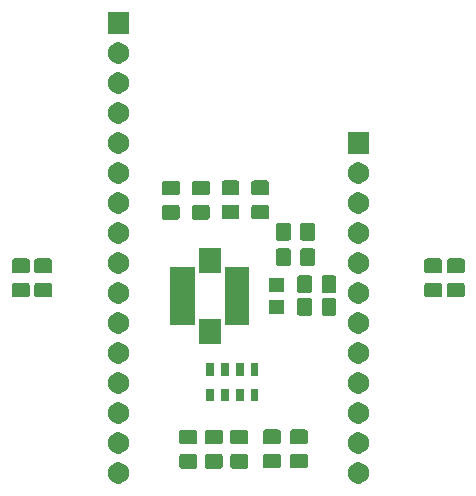
<source format=gbr>
G04 #@! TF.GenerationSoftware,KiCad,Pcbnew,(5.1.5)-3*
G04 #@! TF.CreationDate,2019-12-26T08:27:47-08:00*
G04 #@! TF.ProjectId,featherwing_copter,66656174-6865-4727-9769-6e675f636f70,rev?*
G04 #@! TF.SameCoordinates,Original*
G04 #@! TF.FileFunction,Soldermask,Top*
G04 #@! TF.FilePolarity,Negative*
%FSLAX46Y46*%
G04 Gerber Fmt 4.6, Leading zero omitted, Abs format (unit mm)*
G04 Created by KiCad (PCBNEW (5.1.5)-3) date 2019-12-26 08:27:47*
%MOMM*%
%LPD*%
G04 APERTURE LIST*
%ADD10C,0.100000*%
G04 APERTURE END LIST*
D10*
G36*
X162673512Y-94353927D02*
G01*
X162822812Y-94383624D01*
X162986784Y-94451544D01*
X163134354Y-94550147D01*
X163259853Y-94675646D01*
X163358456Y-94823216D01*
X163426376Y-94987188D01*
X163461000Y-95161259D01*
X163461000Y-95338741D01*
X163426376Y-95512812D01*
X163358456Y-95676784D01*
X163259853Y-95824354D01*
X163134354Y-95949853D01*
X162986784Y-96048456D01*
X162822812Y-96116376D01*
X162673512Y-96146073D01*
X162648742Y-96151000D01*
X162471258Y-96151000D01*
X162446488Y-96146073D01*
X162297188Y-96116376D01*
X162133216Y-96048456D01*
X161985646Y-95949853D01*
X161860147Y-95824354D01*
X161761544Y-95676784D01*
X161693624Y-95512812D01*
X161659000Y-95338741D01*
X161659000Y-95161259D01*
X161693624Y-94987188D01*
X161761544Y-94823216D01*
X161860147Y-94675646D01*
X161985646Y-94550147D01*
X162133216Y-94451544D01*
X162297188Y-94383624D01*
X162446488Y-94353927D01*
X162471258Y-94349000D01*
X162648742Y-94349000D01*
X162673512Y-94353927D01*
G37*
G36*
X142353512Y-94353927D02*
G01*
X142502812Y-94383624D01*
X142666784Y-94451544D01*
X142814354Y-94550147D01*
X142939853Y-94675646D01*
X143038456Y-94823216D01*
X143106376Y-94987188D01*
X143141000Y-95161259D01*
X143141000Y-95338741D01*
X143106376Y-95512812D01*
X143038456Y-95676784D01*
X142939853Y-95824354D01*
X142814354Y-95949853D01*
X142666784Y-96048456D01*
X142502812Y-96116376D01*
X142353512Y-96146073D01*
X142328742Y-96151000D01*
X142151258Y-96151000D01*
X142126488Y-96146073D01*
X141977188Y-96116376D01*
X141813216Y-96048456D01*
X141665646Y-95949853D01*
X141540147Y-95824354D01*
X141441544Y-95676784D01*
X141373624Y-95512812D01*
X141339000Y-95338741D01*
X141339000Y-95161259D01*
X141373624Y-94987188D01*
X141441544Y-94823216D01*
X141540147Y-94675646D01*
X141665646Y-94550147D01*
X141813216Y-94451544D01*
X141977188Y-94383624D01*
X142126488Y-94353927D01*
X142151258Y-94349000D01*
X142328742Y-94349000D01*
X142353512Y-94353927D01*
G37*
G36*
X148746874Y-93630465D02*
G01*
X148784567Y-93641899D01*
X148819303Y-93660466D01*
X148849748Y-93685452D01*
X148874734Y-93715897D01*
X148893301Y-93750633D01*
X148904735Y-93788326D01*
X148909200Y-93833661D01*
X148909200Y-94670339D01*
X148904735Y-94715674D01*
X148893301Y-94753367D01*
X148874734Y-94788103D01*
X148849748Y-94818548D01*
X148819303Y-94843534D01*
X148784567Y-94862101D01*
X148746874Y-94873535D01*
X148701539Y-94878000D01*
X147614861Y-94878000D01*
X147569526Y-94873535D01*
X147531833Y-94862101D01*
X147497097Y-94843534D01*
X147466652Y-94818548D01*
X147441666Y-94788103D01*
X147423099Y-94753367D01*
X147411665Y-94715674D01*
X147407200Y-94670339D01*
X147407200Y-93833661D01*
X147411665Y-93788326D01*
X147423099Y-93750633D01*
X147441666Y-93715897D01*
X147466652Y-93685452D01*
X147497097Y-93660466D01*
X147531833Y-93641899D01*
X147569526Y-93630465D01*
X147614861Y-93626000D01*
X148701539Y-93626000D01*
X148746874Y-93630465D01*
G37*
G36*
X150905874Y-93630465D02*
G01*
X150943567Y-93641899D01*
X150978303Y-93660466D01*
X151008748Y-93685452D01*
X151033734Y-93715897D01*
X151052301Y-93750633D01*
X151063735Y-93788326D01*
X151068200Y-93833661D01*
X151068200Y-94670339D01*
X151063735Y-94715674D01*
X151052301Y-94753367D01*
X151033734Y-94788103D01*
X151008748Y-94818548D01*
X150978303Y-94843534D01*
X150943567Y-94862101D01*
X150905874Y-94873535D01*
X150860539Y-94878000D01*
X149773861Y-94878000D01*
X149728526Y-94873535D01*
X149690833Y-94862101D01*
X149656097Y-94843534D01*
X149625652Y-94818548D01*
X149600666Y-94788103D01*
X149582099Y-94753367D01*
X149570665Y-94715674D01*
X149566200Y-94670339D01*
X149566200Y-93833661D01*
X149570665Y-93788326D01*
X149582099Y-93750633D01*
X149600666Y-93715897D01*
X149625652Y-93685452D01*
X149656097Y-93660466D01*
X149690833Y-93641899D01*
X149728526Y-93630465D01*
X149773861Y-93626000D01*
X150860539Y-93626000D01*
X150905874Y-93630465D01*
G37*
G36*
X153064874Y-93630465D02*
G01*
X153102567Y-93641899D01*
X153137303Y-93660466D01*
X153167748Y-93685452D01*
X153192734Y-93715897D01*
X153211301Y-93750633D01*
X153222735Y-93788326D01*
X153227200Y-93833661D01*
X153227200Y-94670339D01*
X153222735Y-94715674D01*
X153211301Y-94753367D01*
X153192734Y-94788103D01*
X153167748Y-94818548D01*
X153137303Y-94843534D01*
X153102567Y-94862101D01*
X153064874Y-94873535D01*
X153019539Y-94878000D01*
X151932861Y-94878000D01*
X151887526Y-94873535D01*
X151849833Y-94862101D01*
X151815097Y-94843534D01*
X151784652Y-94818548D01*
X151759666Y-94788103D01*
X151741099Y-94753367D01*
X151729665Y-94715674D01*
X151725200Y-94670339D01*
X151725200Y-93833661D01*
X151729665Y-93788326D01*
X151741099Y-93750633D01*
X151759666Y-93715897D01*
X151784652Y-93685452D01*
X151815097Y-93660466D01*
X151849833Y-93641899D01*
X151887526Y-93630465D01*
X151932861Y-93626000D01*
X153019539Y-93626000D01*
X153064874Y-93630465D01*
G37*
G36*
X158119474Y-93621465D02*
G01*
X158157167Y-93632899D01*
X158191903Y-93651466D01*
X158222348Y-93676452D01*
X158247334Y-93706897D01*
X158265901Y-93741633D01*
X158277335Y-93779326D01*
X158281800Y-93824661D01*
X158281800Y-94661339D01*
X158277335Y-94706674D01*
X158265901Y-94744367D01*
X158247334Y-94779103D01*
X158222348Y-94809548D01*
X158191903Y-94834534D01*
X158157167Y-94853101D01*
X158119474Y-94864535D01*
X158074139Y-94869000D01*
X156987461Y-94869000D01*
X156942126Y-94864535D01*
X156904433Y-94853101D01*
X156869697Y-94834534D01*
X156839252Y-94809548D01*
X156814266Y-94779103D01*
X156795699Y-94744367D01*
X156784265Y-94706674D01*
X156779800Y-94661339D01*
X156779800Y-93824661D01*
X156784265Y-93779326D01*
X156795699Y-93741633D01*
X156814266Y-93706897D01*
X156839252Y-93676452D01*
X156869697Y-93651466D01*
X156904433Y-93632899D01*
X156942126Y-93621465D01*
X156987461Y-93617000D01*
X158074139Y-93617000D01*
X158119474Y-93621465D01*
G37*
G36*
X155833474Y-93621465D02*
G01*
X155871167Y-93632899D01*
X155905903Y-93651466D01*
X155936348Y-93676452D01*
X155961334Y-93706897D01*
X155979901Y-93741633D01*
X155991335Y-93779326D01*
X155995800Y-93824661D01*
X155995800Y-94661339D01*
X155991335Y-94706674D01*
X155979901Y-94744367D01*
X155961334Y-94779103D01*
X155936348Y-94809548D01*
X155905903Y-94834534D01*
X155871167Y-94853101D01*
X155833474Y-94864535D01*
X155788139Y-94869000D01*
X154701461Y-94869000D01*
X154656126Y-94864535D01*
X154618433Y-94853101D01*
X154583697Y-94834534D01*
X154553252Y-94809548D01*
X154528266Y-94779103D01*
X154509699Y-94744367D01*
X154498265Y-94706674D01*
X154493800Y-94661339D01*
X154493800Y-93824661D01*
X154498265Y-93779326D01*
X154509699Y-93741633D01*
X154528266Y-93706897D01*
X154553252Y-93676452D01*
X154583697Y-93651466D01*
X154618433Y-93632899D01*
X154656126Y-93621465D01*
X154701461Y-93617000D01*
X155788139Y-93617000D01*
X155833474Y-93621465D01*
G37*
G36*
X142353512Y-91813927D02*
G01*
X142502812Y-91843624D01*
X142666784Y-91911544D01*
X142814354Y-92010147D01*
X142939853Y-92135646D01*
X143038456Y-92283216D01*
X143106376Y-92447188D01*
X143126195Y-92546827D01*
X143141000Y-92621258D01*
X143141000Y-92798742D01*
X143136970Y-92819000D01*
X143106376Y-92972812D01*
X143038456Y-93136784D01*
X142939853Y-93284354D01*
X142814354Y-93409853D01*
X142666784Y-93508456D01*
X142502812Y-93576376D01*
X142353512Y-93606073D01*
X142328742Y-93611000D01*
X142151258Y-93611000D01*
X142126488Y-93606073D01*
X141977188Y-93576376D01*
X141813216Y-93508456D01*
X141665646Y-93409853D01*
X141540147Y-93284354D01*
X141441544Y-93136784D01*
X141373624Y-92972812D01*
X141343030Y-92819000D01*
X141339000Y-92798742D01*
X141339000Y-92621258D01*
X141353805Y-92546827D01*
X141373624Y-92447188D01*
X141441544Y-92283216D01*
X141540147Y-92135646D01*
X141665646Y-92010147D01*
X141813216Y-91911544D01*
X141977188Y-91843624D01*
X142126488Y-91813927D01*
X142151258Y-91809000D01*
X142328742Y-91809000D01*
X142353512Y-91813927D01*
G37*
G36*
X162673512Y-91813927D02*
G01*
X162822812Y-91843624D01*
X162986784Y-91911544D01*
X163134354Y-92010147D01*
X163259853Y-92135646D01*
X163358456Y-92283216D01*
X163426376Y-92447188D01*
X163446195Y-92546827D01*
X163461000Y-92621258D01*
X163461000Y-92798742D01*
X163456970Y-92819000D01*
X163426376Y-92972812D01*
X163358456Y-93136784D01*
X163259853Y-93284354D01*
X163134354Y-93409853D01*
X162986784Y-93508456D01*
X162822812Y-93576376D01*
X162673512Y-93606073D01*
X162648742Y-93611000D01*
X162471258Y-93611000D01*
X162446488Y-93606073D01*
X162297188Y-93576376D01*
X162133216Y-93508456D01*
X161985646Y-93409853D01*
X161860147Y-93284354D01*
X161761544Y-93136784D01*
X161693624Y-92972812D01*
X161663030Y-92819000D01*
X161659000Y-92798742D01*
X161659000Y-92621258D01*
X161673805Y-92546827D01*
X161693624Y-92447188D01*
X161761544Y-92283216D01*
X161860147Y-92135646D01*
X161985646Y-92010147D01*
X162133216Y-91911544D01*
X162297188Y-91843624D01*
X162446488Y-91813927D01*
X162471258Y-91809000D01*
X162648742Y-91809000D01*
X162673512Y-91813927D01*
G37*
G36*
X150905874Y-91580465D02*
G01*
X150943567Y-91591899D01*
X150978303Y-91610466D01*
X151008748Y-91635452D01*
X151033734Y-91665897D01*
X151052301Y-91700633D01*
X151063735Y-91738326D01*
X151068200Y-91783661D01*
X151068200Y-92620339D01*
X151063735Y-92665674D01*
X151052301Y-92703367D01*
X151033734Y-92738103D01*
X151008748Y-92768548D01*
X150978303Y-92793534D01*
X150943567Y-92812101D01*
X150905874Y-92823535D01*
X150860539Y-92828000D01*
X149773861Y-92828000D01*
X149728526Y-92823535D01*
X149690833Y-92812101D01*
X149656097Y-92793534D01*
X149625652Y-92768548D01*
X149600666Y-92738103D01*
X149582099Y-92703367D01*
X149570665Y-92665674D01*
X149566200Y-92620339D01*
X149566200Y-91783661D01*
X149570665Y-91738326D01*
X149582099Y-91700633D01*
X149600666Y-91665897D01*
X149625652Y-91635452D01*
X149656097Y-91610466D01*
X149690833Y-91591899D01*
X149728526Y-91580465D01*
X149773861Y-91576000D01*
X150860539Y-91576000D01*
X150905874Y-91580465D01*
G37*
G36*
X148746874Y-91580465D02*
G01*
X148784567Y-91591899D01*
X148819303Y-91610466D01*
X148849748Y-91635452D01*
X148874734Y-91665897D01*
X148893301Y-91700633D01*
X148904735Y-91738326D01*
X148909200Y-91783661D01*
X148909200Y-92620339D01*
X148904735Y-92665674D01*
X148893301Y-92703367D01*
X148874734Y-92738103D01*
X148849748Y-92768548D01*
X148819303Y-92793534D01*
X148784567Y-92812101D01*
X148746874Y-92823535D01*
X148701539Y-92828000D01*
X147614861Y-92828000D01*
X147569526Y-92823535D01*
X147531833Y-92812101D01*
X147497097Y-92793534D01*
X147466652Y-92768548D01*
X147441666Y-92738103D01*
X147423099Y-92703367D01*
X147411665Y-92665674D01*
X147407200Y-92620339D01*
X147407200Y-91783661D01*
X147411665Y-91738326D01*
X147423099Y-91700633D01*
X147441666Y-91665897D01*
X147466652Y-91635452D01*
X147497097Y-91610466D01*
X147531833Y-91591899D01*
X147569526Y-91580465D01*
X147614861Y-91576000D01*
X148701539Y-91576000D01*
X148746874Y-91580465D01*
G37*
G36*
X153064874Y-91580465D02*
G01*
X153102567Y-91591899D01*
X153137303Y-91610466D01*
X153167748Y-91635452D01*
X153192734Y-91665897D01*
X153211301Y-91700633D01*
X153222735Y-91738326D01*
X153227200Y-91783661D01*
X153227200Y-92620339D01*
X153222735Y-92665674D01*
X153211301Y-92703367D01*
X153192734Y-92738103D01*
X153167748Y-92768548D01*
X153137303Y-92793534D01*
X153102567Y-92812101D01*
X153064874Y-92823535D01*
X153019539Y-92828000D01*
X151932861Y-92828000D01*
X151887526Y-92823535D01*
X151849833Y-92812101D01*
X151815097Y-92793534D01*
X151784652Y-92768548D01*
X151759666Y-92738103D01*
X151741099Y-92703367D01*
X151729665Y-92665674D01*
X151725200Y-92620339D01*
X151725200Y-91783661D01*
X151729665Y-91738326D01*
X151741099Y-91700633D01*
X151759666Y-91665897D01*
X151784652Y-91635452D01*
X151815097Y-91610466D01*
X151849833Y-91591899D01*
X151887526Y-91580465D01*
X151932861Y-91576000D01*
X153019539Y-91576000D01*
X153064874Y-91580465D01*
G37*
G36*
X155833474Y-91571465D02*
G01*
X155871167Y-91582899D01*
X155905903Y-91601466D01*
X155936348Y-91626452D01*
X155961334Y-91656897D01*
X155979901Y-91691633D01*
X155991335Y-91729326D01*
X155995800Y-91774661D01*
X155995800Y-92611339D01*
X155991335Y-92656674D01*
X155979901Y-92694367D01*
X155961334Y-92729103D01*
X155936348Y-92759548D01*
X155905903Y-92784534D01*
X155871167Y-92803101D01*
X155833474Y-92814535D01*
X155788139Y-92819000D01*
X154701461Y-92819000D01*
X154656126Y-92814535D01*
X154618433Y-92803101D01*
X154583697Y-92784534D01*
X154553252Y-92759548D01*
X154528266Y-92729103D01*
X154509699Y-92694367D01*
X154498265Y-92656674D01*
X154493800Y-92611339D01*
X154493800Y-91774661D01*
X154498265Y-91729326D01*
X154509699Y-91691633D01*
X154528266Y-91656897D01*
X154553252Y-91626452D01*
X154583697Y-91601466D01*
X154618433Y-91582899D01*
X154656126Y-91571465D01*
X154701461Y-91567000D01*
X155788139Y-91567000D01*
X155833474Y-91571465D01*
G37*
G36*
X158119474Y-91571465D02*
G01*
X158157167Y-91582899D01*
X158191903Y-91601466D01*
X158222348Y-91626452D01*
X158247334Y-91656897D01*
X158265901Y-91691633D01*
X158277335Y-91729326D01*
X158281800Y-91774661D01*
X158281800Y-92611339D01*
X158277335Y-92656674D01*
X158265901Y-92694367D01*
X158247334Y-92729103D01*
X158222348Y-92759548D01*
X158191903Y-92784534D01*
X158157167Y-92803101D01*
X158119474Y-92814535D01*
X158074139Y-92819000D01*
X156987461Y-92819000D01*
X156942126Y-92814535D01*
X156904433Y-92803101D01*
X156869697Y-92784534D01*
X156839252Y-92759548D01*
X156814266Y-92729103D01*
X156795699Y-92694367D01*
X156784265Y-92656674D01*
X156779800Y-92611339D01*
X156779800Y-91774661D01*
X156784265Y-91729326D01*
X156795699Y-91691633D01*
X156814266Y-91656897D01*
X156839252Y-91626452D01*
X156869697Y-91601466D01*
X156904433Y-91582899D01*
X156942126Y-91571465D01*
X156987461Y-91567000D01*
X158074139Y-91567000D01*
X158119474Y-91571465D01*
G37*
G36*
X162673512Y-89273927D02*
G01*
X162822812Y-89303624D01*
X162986784Y-89371544D01*
X163134354Y-89470147D01*
X163259853Y-89595646D01*
X163358456Y-89743216D01*
X163426376Y-89907188D01*
X163461000Y-90081259D01*
X163461000Y-90258741D01*
X163426376Y-90432812D01*
X163358456Y-90596784D01*
X163259853Y-90744354D01*
X163134354Y-90869853D01*
X162986784Y-90968456D01*
X162822812Y-91036376D01*
X162673512Y-91066073D01*
X162648742Y-91071000D01*
X162471258Y-91071000D01*
X162446488Y-91066073D01*
X162297188Y-91036376D01*
X162133216Y-90968456D01*
X161985646Y-90869853D01*
X161860147Y-90744354D01*
X161761544Y-90596784D01*
X161693624Y-90432812D01*
X161659000Y-90258741D01*
X161659000Y-90081259D01*
X161693624Y-89907188D01*
X161761544Y-89743216D01*
X161860147Y-89595646D01*
X161985646Y-89470147D01*
X162133216Y-89371544D01*
X162297188Y-89303624D01*
X162446488Y-89273927D01*
X162471258Y-89269000D01*
X162648742Y-89269000D01*
X162673512Y-89273927D01*
G37*
G36*
X142353512Y-89273927D02*
G01*
X142502812Y-89303624D01*
X142666784Y-89371544D01*
X142814354Y-89470147D01*
X142939853Y-89595646D01*
X143038456Y-89743216D01*
X143106376Y-89907188D01*
X143141000Y-90081259D01*
X143141000Y-90258741D01*
X143106376Y-90432812D01*
X143038456Y-90596784D01*
X142939853Y-90744354D01*
X142814354Y-90869853D01*
X142666784Y-90968456D01*
X142502812Y-91036376D01*
X142353512Y-91066073D01*
X142328742Y-91071000D01*
X142151258Y-91071000D01*
X142126488Y-91066073D01*
X141977188Y-91036376D01*
X141813216Y-90968456D01*
X141665646Y-90869853D01*
X141540147Y-90744354D01*
X141441544Y-90596784D01*
X141373624Y-90432812D01*
X141339000Y-90258741D01*
X141339000Y-90081259D01*
X141373624Y-89907188D01*
X141441544Y-89743216D01*
X141540147Y-89595646D01*
X141665646Y-89470147D01*
X141813216Y-89371544D01*
X141977188Y-89303624D01*
X142126488Y-89273927D01*
X142151258Y-89269000D01*
X142328742Y-89269000D01*
X142353512Y-89273927D01*
G37*
G36*
X151593000Y-89163000D02*
G01*
X150941000Y-89163000D01*
X150941000Y-88111000D01*
X151593000Y-88111000D01*
X151593000Y-89163000D01*
G37*
G36*
X154093000Y-89163000D02*
G01*
X153441000Y-89163000D01*
X153441000Y-88111000D01*
X154093000Y-88111000D01*
X154093000Y-89163000D01*
G37*
G36*
X152843000Y-89163000D02*
G01*
X152191000Y-89163000D01*
X152191000Y-88111000D01*
X152843000Y-88111000D01*
X152843000Y-89163000D01*
G37*
G36*
X150343000Y-89163000D02*
G01*
X149691000Y-89163000D01*
X149691000Y-88111000D01*
X150343000Y-88111000D01*
X150343000Y-89163000D01*
G37*
G36*
X162673512Y-86733927D02*
G01*
X162822812Y-86763624D01*
X162986784Y-86831544D01*
X163134354Y-86930147D01*
X163259853Y-87055646D01*
X163358456Y-87203216D01*
X163426376Y-87367188D01*
X163461000Y-87541259D01*
X163461000Y-87718741D01*
X163426376Y-87892812D01*
X163358456Y-88056784D01*
X163259853Y-88204354D01*
X163134354Y-88329853D01*
X162986784Y-88428456D01*
X162822812Y-88496376D01*
X162673512Y-88526073D01*
X162648742Y-88531000D01*
X162471258Y-88531000D01*
X162446488Y-88526073D01*
X162297188Y-88496376D01*
X162133216Y-88428456D01*
X161985646Y-88329853D01*
X161860147Y-88204354D01*
X161761544Y-88056784D01*
X161693624Y-87892812D01*
X161659000Y-87718741D01*
X161659000Y-87541259D01*
X161693624Y-87367188D01*
X161761544Y-87203216D01*
X161860147Y-87055646D01*
X161985646Y-86930147D01*
X162133216Y-86831544D01*
X162297188Y-86763624D01*
X162446488Y-86733927D01*
X162471258Y-86729000D01*
X162648742Y-86729000D01*
X162673512Y-86733927D01*
G37*
G36*
X142353512Y-86733927D02*
G01*
X142502812Y-86763624D01*
X142666784Y-86831544D01*
X142814354Y-86930147D01*
X142939853Y-87055646D01*
X143038456Y-87203216D01*
X143106376Y-87367188D01*
X143141000Y-87541259D01*
X143141000Y-87718741D01*
X143106376Y-87892812D01*
X143038456Y-88056784D01*
X142939853Y-88204354D01*
X142814354Y-88329853D01*
X142666784Y-88428456D01*
X142502812Y-88496376D01*
X142353512Y-88526073D01*
X142328742Y-88531000D01*
X142151258Y-88531000D01*
X142126488Y-88526073D01*
X141977188Y-88496376D01*
X141813216Y-88428456D01*
X141665646Y-88329853D01*
X141540147Y-88204354D01*
X141441544Y-88056784D01*
X141373624Y-87892812D01*
X141339000Y-87718741D01*
X141339000Y-87541259D01*
X141373624Y-87367188D01*
X141441544Y-87203216D01*
X141540147Y-87055646D01*
X141665646Y-86930147D01*
X141813216Y-86831544D01*
X141977188Y-86763624D01*
X142126488Y-86733927D01*
X142151258Y-86729000D01*
X142328742Y-86729000D01*
X142353512Y-86733927D01*
G37*
G36*
X150343000Y-87013000D02*
G01*
X149691000Y-87013000D01*
X149691000Y-85961000D01*
X150343000Y-85961000D01*
X150343000Y-87013000D01*
G37*
G36*
X154093000Y-87013000D02*
G01*
X153441000Y-87013000D01*
X153441000Y-85961000D01*
X154093000Y-85961000D01*
X154093000Y-87013000D01*
G37*
G36*
X152843000Y-87013000D02*
G01*
X152191000Y-87013000D01*
X152191000Y-85961000D01*
X152843000Y-85961000D01*
X152843000Y-87013000D01*
G37*
G36*
X151593000Y-87013000D02*
G01*
X150941000Y-87013000D01*
X150941000Y-85961000D01*
X151593000Y-85961000D01*
X151593000Y-87013000D01*
G37*
G36*
X142353512Y-84193927D02*
G01*
X142502812Y-84223624D01*
X142666784Y-84291544D01*
X142814354Y-84390147D01*
X142939853Y-84515646D01*
X143038456Y-84663216D01*
X143106376Y-84827188D01*
X143141000Y-85001259D01*
X143141000Y-85178741D01*
X143106376Y-85352812D01*
X143038456Y-85516784D01*
X142939853Y-85664354D01*
X142814354Y-85789853D01*
X142666784Y-85888456D01*
X142502812Y-85956376D01*
X142353512Y-85986073D01*
X142328742Y-85991000D01*
X142151258Y-85991000D01*
X142126488Y-85986073D01*
X141977188Y-85956376D01*
X141813216Y-85888456D01*
X141665646Y-85789853D01*
X141540147Y-85664354D01*
X141441544Y-85516784D01*
X141373624Y-85352812D01*
X141339000Y-85178741D01*
X141339000Y-85001259D01*
X141373624Y-84827188D01*
X141441544Y-84663216D01*
X141540147Y-84515646D01*
X141665646Y-84390147D01*
X141813216Y-84291544D01*
X141977188Y-84223624D01*
X142126488Y-84193927D01*
X142151258Y-84189000D01*
X142328742Y-84189000D01*
X142353512Y-84193927D01*
G37*
G36*
X162673512Y-84193927D02*
G01*
X162822812Y-84223624D01*
X162986784Y-84291544D01*
X163134354Y-84390147D01*
X163259853Y-84515646D01*
X163358456Y-84663216D01*
X163426376Y-84827188D01*
X163461000Y-85001259D01*
X163461000Y-85178741D01*
X163426376Y-85352812D01*
X163358456Y-85516784D01*
X163259853Y-85664354D01*
X163134354Y-85789853D01*
X162986784Y-85888456D01*
X162822812Y-85956376D01*
X162673512Y-85986073D01*
X162648742Y-85991000D01*
X162471258Y-85991000D01*
X162446488Y-85986073D01*
X162297188Y-85956376D01*
X162133216Y-85888456D01*
X161985646Y-85789853D01*
X161860147Y-85664354D01*
X161761544Y-85516784D01*
X161693624Y-85352812D01*
X161659000Y-85178741D01*
X161659000Y-85001259D01*
X161693624Y-84827188D01*
X161761544Y-84663216D01*
X161860147Y-84515646D01*
X161985646Y-84390147D01*
X162133216Y-84291544D01*
X162297188Y-84223624D01*
X162446488Y-84193927D01*
X162471258Y-84189000D01*
X162648742Y-84189000D01*
X162673512Y-84193927D01*
G37*
G36*
X150938000Y-84315000D02*
G01*
X149036000Y-84315000D01*
X149036000Y-82213000D01*
X150938000Y-82213000D01*
X150938000Y-84315000D01*
G37*
G36*
X162673512Y-81653927D02*
G01*
X162822812Y-81683624D01*
X162986784Y-81751544D01*
X163134354Y-81850147D01*
X163259853Y-81975646D01*
X163358456Y-82123216D01*
X163426376Y-82287188D01*
X163461000Y-82461259D01*
X163461000Y-82638741D01*
X163426376Y-82812812D01*
X163358456Y-82976784D01*
X163259853Y-83124354D01*
X163134354Y-83249853D01*
X162986784Y-83348456D01*
X162822812Y-83416376D01*
X162673512Y-83446073D01*
X162648742Y-83451000D01*
X162471258Y-83451000D01*
X162446488Y-83446073D01*
X162297188Y-83416376D01*
X162133216Y-83348456D01*
X161985646Y-83249853D01*
X161860147Y-83124354D01*
X161761544Y-82976784D01*
X161693624Y-82812812D01*
X161659000Y-82638741D01*
X161659000Y-82461259D01*
X161693624Y-82287188D01*
X161761544Y-82123216D01*
X161860147Y-81975646D01*
X161985646Y-81850147D01*
X162133216Y-81751544D01*
X162297188Y-81683624D01*
X162446488Y-81653927D01*
X162471258Y-81649000D01*
X162648742Y-81649000D01*
X162673512Y-81653927D01*
G37*
G36*
X142353512Y-81653927D02*
G01*
X142502812Y-81683624D01*
X142666784Y-81751544D01*
X142814354Y-81850147D01*
X142939853Y-81975646D01*
X143038456Y-82123216D01*
X143106376Y-82287188D01*
X143141000Y-82461259D01*
X143141000Y-82638741D01*
X143106376Y-82812812D01*
X143038456Y-82976784D01*
X142939853Y-83124354D01*
X142814354Y-83249853D01*
X142666784Y-83348456D01*
X142502812Y-83416376D01*
X142353512Y-83446073D01*
X142328742Y-83451000D01*
X142151258Y-83451000D01*
X142126488Y-83446073D01*
X141977188Y-83416376D01*
X141813216Y-83348456D01*
X141665646Y-83249853D01*
X141540147Y-83124354D01*
X141441544Y-82976784D01*
X141373624Y-82812812D01*
X141339000Y-82638741D01*
X141339000Y-82461259D01*
X141373624Y-82287188D01*
X141441544Y-82123216D01*
X141540147Y-81975646D01*
X141665646Y-81850147D01*
X141813216Y-81751544D01*
X141977188Y-81683624D01*
X142126488Y-81653927D01*
X142151258Y-81649000D01*
X142328742Y-81649000D01*
X142353512Y-81653927D01*
G37*
G36*
X148738000Y-82715000D02*
G01*
X146636000Y-82715000D01*
X146636000Y-77813000D01*
X148738000Y-77813000D01*
X148738000Y-82715000D01*
G37*
G36*
X153338000Y-82715000D02*
G01*
X151236000Y-82715000D01*
X151236000Y-77813000D01*
X153338000Y-77813000D01*
X153338000Y-82715000D01*
G37*
G36*
X160534474Y-80431865D02*
G01*
X160572167Y-80443299D01*
X160606903Y-80461866D01*
X160637348Y-80486852D01*
X160662334Y-80517297D01*
X160680901Y-80552033D01*
X160692335Y-80589726D01*
X160696800Y-80635061D01*
X160696800Y-81721739D01*
X160692335Y-81767074D01*
X160680901Y-81804767D01*
X160662334Y-81839503D01*
X160637348Y-81869948D01*
X160606903Y-81894934D01*
X160572167Y-81913501D01*
X160534474Y-81924935D01*
X160489139Y-81929400D01*
X159652461Y-81929400D01*
X159607126Y-81924935D01*
X159569433Y-81913501D01*
X159534697Y-81894934D01*
X159504252Y-81869948D01*
X159479266Y-81839503D01*
X159460699Y-81804767D01*
X159449265Y-81767074D01*
X159444800Y-81721739D01*
X159444800Y-80635061D01*
X159449265Y-80589726D01*
X159460699Y-80552033D01*
X159479266Y-80517297D01*
X159504252Y-80486852D01*
X159534697Y-80461866D01*
X159569433Y-80443299D01*
X159607126Y-80431865D01*
X159652461Y-80427400D01*
X160489139Y-80427400D01*
X160534474Y-80431865D01*
G37*
G36*
X158484474Y-80431865D02*
G01*
X158522167Y-80443299D01*
X158556903Y-80461866D01*
X158587348Y-80486852D01*
X158612334Y-80517297D01*
X158630901Y-80552033D01*
X158642335Y-80589726D01*
X158646800Y-80635061D01*
X158646800Y-81721739D01*
X158642335Y-81767074D01*
X158630901Y-81804767D01*
X158612334Y-81839503D01*
X158587348Y-81869948D01*
X158556903Y-81894934D01*
X158522167Y-81913501D01*
X158484474Y-81924935D01*
X158439139Y-81929400D01*
X157602461Y-81929400D01*
X157557126Y-81924935D01*
X157519433Y-81913501D01*
X157484697Y-81894934D01*
X157454252Y-81869948D01*
X157429266Y-81839503D01*
X157410699Y-81804767D01*
X157399265Y-81767074D01*
X157394800Y-81721739D01*
X157394800Y-80635061D01*
X157399265Y-80589726D01*
X157410699Y-80552033D01*
X157429266Y-80517297D01*
X157454252Y-80486852D01*
X157484697Y-80461866D01*
X157519433Y-80443299D01*
X157557126Y-80431865D01*
X157602461Y-80427400D01*
X158439139Y-80427400D01*
X158484474Y-80431865D01*
G37*
G36*
X156226800Y-81754400D02*
G01*
X155024800Y-81754400D01*
X155024800Y-80602400D01*
X156226800Y-80602400D01*
X156226800Y-81754400D01*
G37*
G36*
X142353512Y-79113927D02*
G01*
X142502812Y-79143624D01*
X142666784Y-79211544D01*
X142814354Y-79310147D01*
X142939853Y-79435646D01*
X143038456Y-79583216D01*
X143106376Y-79747188D01*
X143141000Y-79921259D01*
X143141000Y-80098741D01*
X143106376Y-80272812D01*
X143038456Y-80436784D01*
X142939853Y-80584354D01*
X142814354Y-80709853D01*
X142666784Y-80808456D01*
X142502812Y-80876376D01*
X142353512Y-80906073D01*
X142328742Y-80911000D01*
X142151258Y-80911000D01*
X142126488Y-80906073D01*
X141977188Y-80876376D01*
X141813216Y-80808456D01*
X141665646Y-80709853D01*
X141540147Y-80584354D01*
X141441544Y-80436784D01*
X141373624Y-80272812D01*
X141339000Y-80098741D01*
X141339000Y-79921259D01*
X141373624Y-79747188D01*
X141441544Y-79583216D01*
X141540147Y-79435646D01*
X141665646Y-79310147D01*
X141813216Y-79211544D01*
X141977188Y-79143624D01*
X142126488Y-79113927D01*
X142151258Y-79109000D01*
X142328742Y-79109000D01*
X142353512Y-79113927D01*
G37*
G36*
X162673512Y-79113927D02*
G01*
X162822812Y-79143624D01*
X162986784Y-79211544D01*
X163134354Y-79310147D01*
X163259853Y-79435646D01*
X163358456Y-79583216D01*
X163426376Y-79747188D01*
X163461000Y-79921259D01*
X163461000Y-80098741D01*
X163426376Y-80272812D01*
X163358456Y-80436784D01*
X163259853Y-80584354D01*
X163134354Y-80709853D01*
X162986784Y-80808456D01*
X162822812Y-80876376D01*
X162673512Y-80906073D01*
X162648742Y-80911000D01*
X162471258Y-80911000D01*
X162446488Y-80906073D01*
X162297188Y-80876376D01*
X162133216Y-80808456D01*
X161985646Y-80709853D01*
X161860147Y-80584354D01*
X161761544Y-80436784D01*
X161693624Y-80272812D01*
X161659000Y-80098741D01*
X161659000Y-79921259D01*
X161693624Y-79747188D01*
X161761544Y-79583216D01*
X161860147Y-79435646D01*
X161985646Y-79310147D01*
X162133216Y-79211544D01*
X162297188Y-79143624D01*
X162446488Y-79113927D01*
X162471258Y-79109000D01*
X162648742Y-79109000D01*
X162673512Y-79113927D01*
G37*
G36*
X134573674Y-79143465D02*
G01*
X134611367Y-79154899D01*
X134646103Y-79173466D01*
X134676548Y-79198452D01*
X134701534Y-79228897D01*
X134720101Y-79263633D01*
X134731535Y-79301326D01*
X134736000Y-79346661D01*
X134736000Y-80183339D01*
X134731535Y-80228674D01*
X134720101Y-80266367D01*
X134701534Y-80301103D01*
X134676548Y-80331548D01*
X134646103Y-80356534D01*
X134611367Y-80375101D01*
X134573674Y-80386535D01*
X134528339Y-80391000D01*
X133441661Y-80391000D01*
X133396326Y-80386535D01*
X133358633Y-80375101D01*
X133323897Y-80356534D01*
X133293452Y-80331548D01*
X133268466Y-80301103D01*
X133249899Y-80266367D01*
X133238465Y-80228674D01*
X133234000Y-80183339D01*
X133234000Y-79346661D01*
X133238465Y-79301326D01*
X133249899Y-79263633D01*
X133268466Y-79228897D01*
X133293452Y-79198452D01*
X133323897Y-79173466D01*
X133358633Y-79154899D01*
X133396326Y-79143465D01*
X133441661Y-79139000D01*
X134528339Y-79139000D01*
X134573674Y-79143465D01*
G37*
G36*
X136478674Y-79143465D02*
G01*
X136516367Y-79154899D01*
X136551103Y-79173466D01*
X136581548Y-79198452D01*
X136606534Y-79228897D01*
X136625101Y-79263633D01*
X136636535Y-79301326D01*
X136641000Y-79346661D01*
X136641000Y-80183339D01*
X136636535Y-80228674D01*
X136625101Y-80266367D01*
X136606534Y-80301103D01*
X136581548Y-80331548D01*
X136551103Y-80356534D01*
X136516367Y-80375101D01*
X136478674Y-80386535D01*
X136433339Y-80391000D01*
X135346661Y-80391000D01*
X135301326Y-80386535D01*
X135263633Y-80375101D01*
X135228897Y-80356534D01*
X135198452Y-80331548D01*
X135173466Y-80301103D01*
X135154899Y-80266367D01*
X135143465Y-80228674D01*
X135139000Y-80183339D01*
X135139000Y-79346661D01*
X135143465Y-79301326D01*
X135154899Y-79263633D01*
X135173466Y-79228897D01*
X135198452Y-79198452D01*
X135228897Y-79173466D01*
X135263633Y-79154899D01*
X135301326Y-79143465D01*
X135346661Y-79139000D01*
X136433339Y-79139000D01*
X136478674Y-79143465D01*
G37*
G36*
X171403674Y-79143465D02*
G01*
X171441367Y-79154899D01*
X171476103Y-79173466D01*
X171506548Y-79198452D01*
X171531534Y-79228897D01*
X171550101Y-79263633D01*
X171561535Y-79301326D01*
X171566000Y-79346661D01*
X171566000Y-80183339D01*
X171561535Y-80228674D01*
X171550101Y-80266367D01*
X171531534Y-80301103D01*
X171506548Y-80331548D01*
X171476103Y-80356534D01*
X171441367Y-80375101D01*
X171403674Y-80386535D01*
X171358339Y-80391000D01*
X170271661Y-80391000D01*
X170226326Y-80386535D01*
X170188633Y-80375101D01*
X170153897Y-80356534D01*
X170123452Y-80331548D01*
X170098466Y-80301103D01*
X170079899Y-80266367D01*
X170068465Y-80228674D01*
X170064000Y-80183339D01*
X170064000Y-79346661D01*
X170068465Y-79301326D01*
X170079899Y-79263633D01*
X170098466Y-79228897D01*
X170123452Y-79198452D01*
X170153897Y-79173466D01*
X170188633Y-79154899D01*
X170226326Y-79143465D01*
X170271661Y-79139000D01*
X171358339Y-79139000D01*
X171403674Y-79143465D01*
G37*
G36*
X169498674Y-79143465D02*
G01*
X169536367Y-79154899D01*
X169571103Y-79173466D01*
X169601548Y-79198452D01*
X169626534Y-79228897D01*
X169645101Y-79263633D01*
X169656535Y-79301326D01*
X169661000Y-79346661D01*
X169661000Y-80183339D01*
X169656535Y-80228674D01*
X169645101Y-80266367D01*
X169626534Y-80301103D01*
X169601548Y-80331548D01*
X169571103Y-80356534D01*
X169536367Y-80375101D01*
X169498674Y-80386535D01*
X169453339Y-80391000D01*
X168366661Y-80391000D01*
X168321326Y-80386535D01*
X168283633Y-80375101D01*
X168248897Y-80356534D01*
X168218452Y-80331548D01*
X168193466Y-80301103D01*
X168174899Y-80266367D01*
X168163465Y-80228674D01*
X168159000Y-80183339D01*
X168159000Y-79346661D01*
X168163465Y-79301326D01*
X168174899Y-79263633D01*
X168193466Y-79228897D01*
X168218452Y-79198452D01*
X168248897Y-79173466D01*
X168283633Y-79154899D01*
X168321326Y-79143465D01*
X168366661Y-79139000D01*
X169453339Y-79139000D01*
X169498674Y-79143465D01*
G37*
G36*
X158484474Y-78526865D02*
G01*
X158522167Y-78538299D01*
X158556903Y-78556866D01*
X158587348Y-78581852D01*
X158612334Y-78612297D01*
X158630901Y-78647033D01*
X158642335Y-78684726D01*
X158646800Y-78730061D01*
X158646800Y-79816739D01*
X158642335Y-79862074D01*
X158630901Y-79899767D01*
X158612334Y-79934503D01*
X158587348Y-79964948D01*
X158556903Y-79989934D01*
X158522167Y-80008501D01*
X158484474Y-80019935D01*
X158439139Y-80024400D01*
X157602461Y-80024400D01*
X157557126Y-80019935D01*
X157519433Y-80008501D01*
X157484697Y-79989934D01*
X157454252Y-79964948D01*
X157429266Y-79934503D01*
X157410699Y-79899767D01*
X157399265Y-79862074D01*
X157394800Y-79816739D01*
X157394800Y-78730061D01*
X157399265Y-78684726D01*
X157410699Y-78647033D01*
X157429266Y-78612297D01*
X157454252Y-78581852D01*
X157484697Y-78556866D01*
X157519433Y-78538299D01*
X157557126Y-78526865D01*
X157602461Y-78522400D01*
X158439139Y-78522400D01*
X158484474Y-78526865D01*
G37*
G36*
X160534474Y-78526865D02*
G01*
X160572167Y-78538299D01*
X160606903Y-78556866D01*
X160637348Y-78581852D01*
X160662334Y-78612297D01*
X160680901Y-78647033D01*
X160692335Y-78684726D01*
X160696800Y-78730061D01*
X160696800Y-79816739D01*
X160692335Y-79862074D01*
X160680901Y-79899767D01*
X160662334Y-79934503D01*
X160637348Y-79964948D01*
X160606903Y-79989934D01*
X160572167Y-80008501D01*
X160534474Y-80019935D01*
X160489139Y-80024400D01*
X159652461Y-80024400D01*
X159607126Y-80019935D01*
X159569433Y-80008501D01*
X159534697Y-79989934D01*
X159504252Y-79964948D01*
X159479266Y-79934503D01*
X159460699Y-79899767D01*
X159449265Y-79862074D01*
X159444800Y-79816739D01*
X159444800Y-78730061D01*
X159449265Y-78684726D01*
X159460699Y-78647033D01*
X159479266Y-78612297D01*
X159504252Y-78581852D01*
X159534697Y-78556866D01*
X159569433Y-78538299D01*
X159607126Y-78526865D01*
X159652461Y-78522400D01*
X160489139Y-78522400D01*
X160534474Y-78526865D01*
G37*
G36*
X156226800Y-79904400D02*
G01*
X155024800Y-79904400D01*
X155024800Y-78752400D01*
X156226800Y-78752400D01*
X156226800Y-79904400D01*
G37*
G36*
X162673512Y-76573927D02*
G01*
X162822812Y-76603624D01*
X162986784Y-76671544D01*
X163134354Y-76770147D01*
X163259853Y-76895646D01*
X163358456Y-77043216D01*
X163426376Y-77207188D01*
X163461000Y-77381259D01*
X163461000Y-77558741D01*
X163426376Y-77732812D01*
X163358456Y-77896784D01*
X163259853Y-78044354D01*
X163134354Y-78169853D01*
X162986784Y-78268456D01*
X162822812Y-78336376D01*
X162673512Y-78366073D01*
X162648742Y-78371000D01*
X162471258Y-78371000D01*
X162446488Y-78366073D01*
X162297188Y-78336376D01*
X162133216Y-78268456D01*
X161985646Y-78169853D01*
X161860147Y-78044354D01*
X161761544Y-77896784D01*
X161693624Y-77732812D01*
X161659000Y-77558741D01*
X161659000Y-77381259D01*
X161693624Y-77207188D01*
X161761544Y-77043216D01*
X161860147Y-76895646D01*
X161985646Y-76770147D01*
X162133216Y-76671544D01*
X162297188Y-76603624D01*
X162446488Y-76573927D01*
X162471258Y-76569000D01*
X162648742Y-76569000D01*
X162673512Y-76573927D01*
G37*
G36*
X142353512Y-76573927D02*
G01*
X142502812Y-76603624D01*
X142666784Y-76671544D01*
X142814354Y-76770147D01*
X142939853Y-76895646D01*
X143038456Y-77043216D01*
X143106376Y-77207188D01*
X143141000Y-77381259D01*
X143141000Y-77558741D01*
X143106376Y-77732812D01*
X143038456Y-77896784D01*
X142939853Y-78044354D01*
X142814354Y-78169853D01*
X142666784Y-78268456D01*
X142502812Y-78336376D01*
X142353512Y-78366073D01*
X142328742Y-78371000D01*
X142151258Y-78371000D01*
X142126488Y-78366073D01*
X141977188Y-78336376D01*
X141813216Y-78268456D01*
X141665646Y-78169853D01*
X141540147Y-78044354D01*
X141441544Y-77896784D01*
X141373624Y-77732812D01*
X141339000Y-77558741D01*
X141339000Y-77381259D01*
X141373624Y-77207188D01*
X141441544Y-77043216D01*
X141540147Y-76895646D01*
X141665646Y-76770147D01*
X141813216Y-76671544D01*
X141977188Y-76603624D01*
X142126488Y-76573927D01*
X142151258Y-76569000D01*
X142328742Y-76569000D01*
X142353512Y-76573927D01*
G37*
G36*
X169498674Y-77093465D02*
G01*
X169536367Y-77104899D01*
X169571103Y-77123466D01*
X169601548Y-77148452D01*
X169626534Y-77178897D01*
X169645101Y-77213633D01*
X169656535Y-77251326D01*
X169661000Y-77296661D01*
X169661000Y-78133339D01*
X169656535Y-78178674D01*
X169645101Y-78216367D01*
X169626534Y-78251103D01*
X169601548Y-78281548D01*
X169571103Y-78306534D01*
X169536367Y-78325101D01*
X169498674Y-78336535D01*
X169453339Y-78341000D01*
X168366661Y-78341000D01*
X168321326Y-78336535D01*
X168283633Y-78325101D01*
X168248897Y-78306534D01*
X168218452Y-78281548D01*
X168193466Y-78251103D01*
X168174899Y-78216367D01*
X168163465Y-78178674D01*
X168159000Y-78133339D01*
X168159000Y-77296661D01*
X168163465Y-77251326D01*
X168174899Y-77213633D01*
X168193466Y-77178897D01*
X168218452Y-77148452D01*
X168248897Y-77123466D01*
X168283633Y-77104899D01*
X168321326Y-77093465D01*
X168366661Y-77089000D01*
X169453339Y-77089000D01*
X169498674Y-77093465D01*
G37*
G36*
X171403674Y-77093465D02*
G01*
X171441367Y-77104899D01*
X171476103Y-77123466D01*
X171506548Y-77148452D01*
X171531534Y-77178897D01*
X171550101Y-77213633D01*
X171561535Y-77251326D01*
X171566000Y-77296661D01*
X171566000Y-78133339D01*
X171561535Y-78178674D01*
X171550101Y-78216367D01*
X171531534Y-78251103D01*
X171506548Y-78281548D01*
X171476103Y-78306534D01*
X171441367Y-78325101D01*
X171403674Y-78336535D01*
X171358339Y-78341000D01*
X170271661Y-78341000D01*
X170226326Y-78336535D01*
X170188633Y-78325101D01*
X170153897Y-78306534D01*
X170123452Y-78281548D01*
X170098466Y-78251103D01*
X170079899Y-78216367D01*
X170068465Y-78178674D01*
X170064000Y-78133339D01*
X170064000Y-77296661D01*
X170068465Y-77251326D01*
X170079899Y-77213633D01*
X170098466Y-77178897D01*
X170123452Y-77148452D01*
X170153897Y-77123466D01*
X170188633Y-77104899D01*
X170226326Y-77093465D01*
X170271661Y-77089000D01*
X171358339Y-77089000D01*
X171403674Y-77093465D01*
G37*
G36*
X136478674Y-77093465D02*
G01*
X136516367Y-77104899D01*
X136551103Y-77123466D01*
X136581548Y-77148452D01*
X136606534Y-77178897D01*
X136625101Y-77213633D01*
X136636535Y-77251326D01*
X136641000Y-77296661D01*
X136641000Y-78133339D01*
X136636535Y-78178674D01*
X136625101Y-78216367D01*
X136606534Y-78251103D01*
X136581548Y-78281548D01*
X136551103Y-78306534D01*
X136516367Y-78325101D01*
X136478674Y-78336535D01*
X136433339Y-78341000D01*
X135346661Y-78341000D01*
X135301326Y-78336535D01*
X135263633Y-78325101D01*
X135228897Y-78306534D01*
X135198452Y-78281548D01*
X135173466Y-78251103D01*
X135154899Y-78216367D01*
X135143465Y-78178674D01*
X135139000Y-78133339D01*
X135139000Y-77296661D01*
X135143465Y-77251326D01*
X135154899Y-77213633D01*
X135173466Y-77178897D01*
X135198452Y-77148452D01*
X135228897Y-77123466D01*
X135263633Y-77104899D01*
X135301326Y-77093465D01*
X135346661Y-77089000D01*
X136433339Y-77089000D01*
X136478674Y-77093465D01*
G37*
G36*
X134573674Y-77093465D02*
G01*
X134611367Y-77104899D01*
X134646103Y-77123466D01*
X134676548Y-77148452D01*
X134701534Y-77178897D01*
X134720101Y-77213633D01*
X134731535Y-77251326D01*
X134736000Y-77296661D01*
X134736000Y-78133339D01*
X134731535Y-78178674D01*
X134720101Y-78216367D01*
X134701534Y-78251103D01*
X134676548Y-78281548D01*
X134646103Y-78306534D01*
X134611367Y-78325101D01*
X134573674Y-78336535D01*
X134528339Y-78341000D01*
X133441661Y-78341000D01*
X133396326Y-78336535D01*
X133358633Y-78325101D01*
X133323897Y-78306534D01*
X133293452Y-78281548D01*
X133268466Y-78251103D01*
X133249899Y-78216367D01*
X133238465Y-78178674D01*
X133234000Y-78133339D01*
X133234000Y-77296661D01*
X133238465Y-77251326D01*
X133249899Y-77213633D01*
X133268466Y-77178897D01*
X133293452Y-77148452D01*
X133323897Y-77123466D01*
X133358633Y-77104899D01*
X133396326Y-77093465D01*
X133441661Y-77089000D01*
X134528339Y-77089000D01*
X134573674Y-77093465D01*
G37*
G36*
X150938000Y-78315000D02*
G01*
X149036000Y-78315000D01*
X149036000Y-76213000D01*
X150938000Y-76213000D01*
X150938000Y-78315000D01*
G37*
G36*
X156673674Y-76240865D02*
G01*
X156711367Y-76252299D01*
X156746103Y-76270866D01*
X156776548Y-76295852D01*
X156801534Y-76326297D01*
X156820101Y-76361033D01*
X156831535Y-76398726D01*
X156836000Y-76444061D01*
X156836000Y-77530739D01*
X156831535Y-77576074D01*
X156820101Y-77613767D01*
X156801534Y-77648503D01*
X156776548Y-77678948D01*
X156746103Y-77703934D01*
X156711367Y-77722501D01*
X156673674Y-77733935D01*
X156628339Y-77738400D01*
X155791661Y-77738400D01*
X155746326Y-77733935D01*
X155708633Y-77722501D01*
X155673897Y-77703934D01*
X155643452Y-77678948D01*
X155618466Y-77648503D01*
X155599899Y-77613767D01*
X155588465Y-77576074D01*
X155584000Y-77530739D01*
X155584000Y-76444061D01*
X155588465Y-76398726D01*
X155599899Y-76361033D01*
X155618466Y-76326297D01*
X155643452Y-76295852D01*
X155673897Y-76270866D01*
X155708633Y-76252299D01*
X155746326Y-76240865D01*
X155791661Y-76236400D01*
X156628339Y-76236400D01*
X156673674Y-76240865D01*
G37*
G36*
X158723674Y-76240865D02*
G01*
X158761367Y-76252299D01*
X158796103Y-76270866D01*
X158826548Y-76295852D01*
X158851534Y-76326297D01*
X158870101Y-76361033D01*
X158881535Y-76398726D01*
X158886000Y-76444061D01*
X158886000Y-77530739D01*
X158881535Y-77576074D01*
X158870101Y-77613767D01*
X158851534Y-77648503D01*
X158826548Y-77678948D01*
X158796103Y-77703934D01*
X158761367Y-77722501D01*
X158723674Y-77733935D01*
X158678339Y-77738400D01*
X157841661Y-77738400D01*
X157796326Y-77733935D01*
X157758633Y-77722501D01*
X157723897Y-77703934D01*
X157693452Y-77678948D01*
X157668466Y-77648503D01*
X157649899Y-77613767D01*
X157638465Y-77576074D01*
X157634000Y-77530739D01*
X157634000Y-76444061D01*
X157638465Y-76398726D01*
X157649899Y-76361033D01*
X157668466Y-76326297D01*
X157693452Y-76295852D01*
X157723897Y-76270866D01*
X157758633Y-76252299D01*
X157796326Y-76240865D01*
X157841661Y-76236400D01*
X158678339Y-76236400D01*
X158723674Y-76240865D01*
G37*
G36*
X162673512Y-74033927D02*
G01*
X162822812Y-74063624D01*
X162986784Y-74131544D01*
X163134354Y-74230147D01*
X163259853Y-74355646D01*
X163358456Y-74503216D01*
X163426376Y-74667188D01*
X163461000Y-74841259D01*
X163461000Y-75018741D01*
X163426376Y-75192812D01*
X163358456Y-75356784D01*
X163259853Y-75504354D01*
X163134354Y-75629853D01*
X162986784Y-75728456D01*
X162822812Y-75796376D01*
X162673512Y-75826073D01*
X162648742Y-75831000D01*
X162471258Y-75831000D01*
X162446488Y-75826073D01*
X162297188Y-75796376D01*
X162133216Y-75728456D01*
X161985646Y-75629853D01*
X161860147Y-75504354D01*
X161761544Y-75356784D01*
X161693624Y-75192812D01*
X161659000Y-75018741D01*
X161659000Y-74841259D01*
X161693624Y-74667188D01*
X161761544Y-74503216D01*
X161860147Y-74355646D01*
X161985646Y-74230147D01*
X162133216Y-74131544D01*
X162297188Y-74063624D01*
X162446488Y-74033927D01*
X162471258Y-74029000D01*
X162648742Y-74029000D01*
X162673512Y-74033927D01*
G37*
G36*
X142353512Y-74033927D02*
G01*
X142502812Y-74063624D01*
X142666784Y-74131544D01*
X142814354Y-74230147D01*
X142939853Y-74355646D01*
X143038456Y-74503216D01*
X143106376Y-74667188D01*
X143141000Y-74841259D01*
X143141000Y-75018741D01*
X143106376Y-75192812D01*
X143038456Y-75356784D01*
X142939853Y-75504354D01*
X142814354Y-75629853D01*
X142666784Y-75728456D01*
X142502812Y-75796376D01*
X142353512Y-75826073D01*
X142328742Y-75831000D01*
X142151258Y-75831000D01*
X142126488Y-75826073D01*
X141977188Y-75796376D01*
X141813216Y-75728456D01*
X141665646Y-75629853D01*
X141540147Y-75504354D01*
X141441544Y-75356784D01*
X141373624Y-75192812D01*
X141339000Y-75018741D01*
X141339000Y-74841259D01*
X141373624Y-74667188D01*
X141441544Y-74503216D01*
X141540147Y-74355646D01*
X141665646Y-74230147D01*
X141813216Y-74131544D01*
X141977188Y-74063624D01*
X142126488Y-74033927D01*
X142151258Y-74029000D01*
X142328742Y-74029000D01*
X142353512Y-74033927D01*
G37*
G36*
X156681074Y-74081865D02*
G01*
X156718767Y-74093299D01*
X156753503Y-74111866D01*
X156783948Y-74136852D01*
X156808934Y-74167297D01*
X156827501Y-74202033D01*
X156838935Y-74239726D01*
X156843400Y-74285061D01*
X156843400Y-75371739D01*
X156838935Y-75417074D01*
X156827501Y-75454767D01*
X156808934Y-75489503D01*
X156783948Y-75519948D01*
X156753503Y-75544934D01*
X156718767Y-75563501D01*
X156681074Y-75574935D01*
X156635739Y-75579400D01*
X155799061Y-75579400D01*
X155753726Y-75574935D01*
X155716033Y-75563501D01*
X155681297Y-75544934D01*
X155650852Y-75519948D01*
X155625866Y-75489503D01*
X155607299Y-75454767D01*
X155595865Y-75417074D01*
X155591400Y-75371739D01*
X155591400Y-74285061D01*
X155595865Y-74239726D01*
X155607299Y-74202033D01*
X155625866Y-74167297D01*
X155650852Y-74136852D01*
X155681297Y-74111866D01*
X155716033Y-74093299D01*
X155753726Y-74081865D01*
X155799061Y-74077400D01*
X156635739Y-74077400D01*
X156681074Y-74081865D01*
G37*
G36*
X158731074Y-74081865D02*
G01*
X158768767Y-74093299D01*
X158803503Y-74111866D01*
X158833948Y-74136852D01*
X158858934Y-74167297D01*
X158877501Y-74202033D01*
X158888935Y-74239726D01*
X158893400Y-74285061D01*
X158893400Y-75371739D01*
X158888935Y-75417074D01*
X158877501Y-75454767D01*
X158858934Y-75489503D01*
X158833948Y-75519948D01*
X158803503Y-75544934D01*
X158768767Y-75563501D01*
X158731074Y-75574935D01*
X158685739Y-75579400D01*
X157849061Y-75579400D01*
X157803726Y-75574935D01*
X157766033Y-75563501D01*
X157731297Y-75544934D01*
X157700852Y-75519948D01*
X157675866Y-75489503D01*
X157657299Y-75454767D01*
X157645865Y-75417074D01*
X157641400Y-75371739D01*
X157641400Y-74285061D01*
X157645865Y-74239726D01*
X157657299Y-74202033D01*
X157675866Y-74167297D01*
X157700852Y-74136852D01*
X157731297Y-74111866D01*
X157766033Y-74093299D01*
X157803726Y-74081865D01*
X157849061Y-74077400D01*
X158685739Y-74077400D01*
X158731074Y-74081865D01*
G37*
G36*
X149813674Y-72548465D02*
G01*
X149851367Y-72559899D01*
X149886103Y-72578466D01*
X149916548Y-72603452D01*
X149941534Y-72633897D01*
X149960101Y-72668633D01*
X149971535Y-72706326D01*
X149976000Y-72751661D01*
X149976000Y-73588339D01*
X149971535Y-73633674D01*
X149960101Y-73671367D01*
X149941534Y-73706103D01*
X149916548Y-73736548D01*
X149886103Y-73761534D01*
X149851367Y-73780101D01*
X149813674Y-73791535D01*
X149768339Y-73796000D01*
X148681661Y-73796000D01*
X148636326Y-73791535D01*
X148598633Y-73780101D01*
X148563897Y-73761534D01*
X148533452Y-73736548D01*
X148508466Y-73706103D01*
X148489899Y-73671367D01*
X148478465Y-73633674D01*
X148474000Y-73588339D01*
X148474000Y-72751661D01*
X148478465Y-72706326D01*
X148489899Y-72668633D01*
X148508466Y-72633897D01*
X148533452Y-72603452D01*
X148563897Y-72578466D01*
X148598633Y-72559899D01*
X148636326Y-72548465D01*
X148681661Y-72544000D01*
X149768339Y-72544000D01*
X149813674Y-72548465D01*
G37*
G36*
X147273674Y-72548465D02*
G01*
X147311367Y-72559899D01*
X147346103Y-72578466D01*
X147376548Y-72603452D01*
X147401534Y-72633897D01*
X147420101Y-72668633D01*
X147431535Y-72706326D01*
X147436000Y-72751661D01*
X147436000Y-73588339D01*
X147431535Y-73633674D01*
X147420101Y-73671367D01*
X147401534Y-73706103D01*
X147376548Y-73736548D01*
X147346103Y-73761534D01*
X147311367Y-73780101D01*
X147273674Y-73791535D01*
X147228339Y-73796000D01*
X146141661Y-73796000D01*
X146096326Y-73791535D01*
X146058633Y-73780101D01*
X146023897Y-73761534D01*
X145993452Y-73736548D01*
X145968466Y-73706103D01*
X145949899Y-73671367D01*
X145938465Y-73633674D01*
X145934000Y-73588339D01*
X145934000Y-72751661D01*
X145938465Y-72706326D01*
X145949899Y-72668633D01*
X145968466Y-72633897D01*
X145993452Y-72603452D01*
X146023897Y-72578466D01*
X146058633Y-72559899D01*
X146096326Y-72548465D01*
X146141661Y-72544000D01*
X147228339Y-72544000D01*
X147273674Y-72548465D01*
G37*
G36*
X154842874Y-72539465D02*
G01*
X154880567Y-72550899D01*
X154915303Y-72569466D01*
X154945748Y-72594452D01*
X154970734Y-72624897D01*
X154989301Y-72659633D01*
X155000735Y-72697326D01*
X155005200Y-72742661D01*
X155005200Y-73579339D01*
X155000735Y-73624674D01*
X154989301Y-73662367D01*
X154970734Y-73697103D01*
X154945748Y-73727548D01*
X154915303Y-73752534D01*
X154880567Y-73771101D01*
X154842874Y-73782535D01*
X154797539Y-73787000D01*
X153710861Y-73787000D01*
X153665526Y-73782535D01*
X153627833Y-73771101D01*
X153593097Y-73752534D01*
X153562652Y-73727548D01*
X153537666Y-73697103D01*
X153519099Y-73662367D01*
X153507665Y-73624674D01*
X153503200Y-73579339D01*
X153503200Y-72742661D01*
X153507665Y-72697326D01*
X153519099Y-72659633D01*
X153537666Y-72624897D01*
X153562652Y-72594452D01*
X153593097Y-72569466D01*
X153627833Y-72550899D01*
X153665526Y-72539465D01*
X153710861Y-72535000D01*
X154797539Y-72535000D01*
X154842874Y-72539465D01*
G37*
G36*
X152328274Y-72530465D02*
G01*
X152365967Y-72541899D01*
X152400703Y-72560466D01*
X152431148Y-72585452D01*
X152456134Y-72615897D01*
X152474701Y-72650633D01*
X152486135Y-72688326D01*
X152490600Y-72733661D01*
X152490600Y-73570339D01*
X152486135Y-73615674D01*
X152474701Y-73653367D01*
X152456134Y-73688103D01*
X152431148Y-73718548D01*
X152400703Y-73743534D01*
X152365967Y-73762101D01*
X152328274Y-73773535D01*
X152282939Y-73778000D01*
X151196261Y-73778000D01*
X151150926Y-73773535D01*
X151113233Y-73762101D01*
X151078497Y-73743534D01*
X151048052Y-73718548D01*
X151023066Y-73688103D01*
X151004499Y-73653367D01*
X150993065Y-73615674D01*
X150988600Y-73570339D01*
X150988600Y-72733661D01*
X150993065Y-72688326D01*
X151004499Y-72650633D01*
X151023066Y-72615897D01*
X151048052Y-72585452D01*
X151078497Y-72560466D01*
X151113233Y-72541899D01*
X151150926Y-72530465D01*
X151196261Y-72526000D01*
X152282939Y-72526000D01*
X152328274Y-72530465D01*
G37*
G36*
X142353512Y-71493927D02*
G01*
X142502812Y-71523624D01*
X142666784Y-71591544D01*
X142814354Y-71690147D01*
X142939853Y-71815646D01*
X143038456Y-71963216D01*
X143106376Y-72127188D01*
X143141000Y-72301259D01*
X143141000Y-72478741D01*
X143106376Y-72652812D01*
X143038456Y-72816784D01*
X142939853Y-72964354D01*
X142814354Y-73089853D01*
X142666784Y-73188456D01*
X142502812Y-73256376D01*
X142353512Y-73286073D01*
X142328742Y-73291000D01*
X142151258Y-73291000D01*
X142126488Y-73286073D01*
X141977188Y-73256376D01*
X141813216Y-73188456D01*
X141665646Y-73089853D01*
X141540147Y-72964354D01*
X141441544Y-72816784D01*
X141373624Y-72652812D01*
X141339000Y-72478741D01*
X141339000Y-72301259D01*
X141373624Y-72127188D01*
X141441544Y-71963216D01*
X141540147Y-71815646D01*
X141665646Y-71690147D01*
X141813216Y-71591544D01*
X141977188Y-71523624D01*
X142126488Y-71493927D01*
X142151258Y-71489000D01*
X142328742Y-71489000D01*
X142353512Y-71493927D01*
G37*
G36*
X162673512Y-71493927D02*
G01*
X162822812Y-71523624D01*
X162986784Y-71591544D01*
X163134354Y-71690147D01*
X163259853Y-71815646D01*
X163358456Y-71963216D01*
X163426376Y-72127188D01*
X163461000Y-72301259D01*
X163461000Y-72478741D01*
X163426376Y-72652812D01*
X163358456Y-72816784D01*
X163259853Y-72964354D01*
X163134354Y-73089853D01*
X162986784Y-73188456D01*
X162822812Y-73256376D01*
X162673512Y-73286073D01*
X162648742Y-73291000D01*
X162471258Y-73291000D01*
X162446488Y-73286073D01*
X162297188Y-73256376D01*
X162133216Y-73188456D01*
X161985646Y-73089853D01*
X161860147Y-72964354D01*
X161761544Y-72816784D01*
X161693624Y-72652812D01*
X161659000Y-72478741D01*
X161659000Y-72301259D01*
X161693624Y-72127188D01*
X161761544Y-71963216D01*
X161860147Y-71815646D01*
X161985646Y-71690147D01*
X162133216Y-71591544D01*
X162297188Y-71523624D01*
X162446488Y-71493927D01*
X162471258Y-71489000D01*
X162648742Y-71489000D01*
X162673512Y-71493927D01*
G37*
G36*
X149813674Y-70498465D02*
G01*
X149851367Y-70509899D01*
X149886103Y-70528466D01*
X149916548Y-70553452D01*
X149941534Y-70583897D01*
X149960101Y-70618633D01*
X149971535Y-70656326D01*
X149976000Y-70701661D01*
X149976000Y-71538339D01*
X149971535Y-71583674D01*
X149960101Y-71621367D01*
X149941534Y-71656103D01*
X149916548Y-71686548D01*
X149886103Y-71711534D01*
X149851367Y-71730101D01*
X149813674Y-71741535D01*
X149768339Y-71746000D01*
X148681661Y-71746000D01*
X148636326Y-71741535D01*
X148598633Y-71730101D01*
X148563897Y-71711534D01*
X148533452Y-71686548D01*
X148508466Y-71656103D01*
X148489899Y-71621367D01*
X148478465Y-71583674D01*
X148474000Y-71538339D01*
X148474000Y-70701661D01*
X148478465Y-70656326D01*
X148489899Y-70618633D01*
X148508466Y-70583897D01*
X148533452Y-70553452D01*
X148563897Y-70528466D01*
X148598633Y-70509899D01*
X148636326Y-70498465D01*
X148681661Y-70494000D01*
X149768339Y-70494000D01*
X149813674Y-70498465D01*
G37*
G36*
X147273674Y-70498465D02*
G01*
X147311367Y-70509899D01*
X147346103Y-70528466D01*
X147376548Y-70553452D01*
X147401534Y-70583897D01*
X147420101Y-70618633D01*
X147431535Y-70656326D01*
X147436000Y-70701661D01*
X147436000Y-71538339D01*
X147431535Y-71583674D01*
X147420101Y-71621367D01*
X147401534Y-71656103D01*
X147376548Y-71686548D01*
X147346103Y-71711534D01*
X147311367Y-71730101D01*
X147273674Y-71741535D01*
X147228339Y-71746000D01*
X146141661Y-71746000D01*
X146096326Y-71741535D01*
X146058633Y-71730101D01*
X146023897Y-71711534D01*
X145993452Y-71686548D01*
X145968466Y-71656103D01*
X145949899Y-71621367D01*
X145938465Y-71583674D01*
X145934000Y-71538339D01*
X145934000Y-70701661D01*
X145938465Y-70656326D01*
X145949899Y-70618633D01*
X145968466Y-70583897D01*
X145993452Y-70553452D01*
X146023897Y-70528466D01*
X146058633Y-70509899D01*
X146096326Y-70498465D01*
X146141661Y-70494000D01*
X147228339Y-70494000D01*
X147273674Y-70498465D01*
G37*
G36*
X154842874Y-70489465D02*
G01*
X154880567Y-70500899D01*
X154915303Y-70519466D01*
X154945748Y-70544452D01*
X154970734Y-70574897D01*
X154989301Y-70609633D01*
X155000735Y-70647326D01*
X155005200Y-70692661D01*
X155005200Y-71529339D01*
X155000735Y-71574674D01*
X154989301Y-71612367D01*
X154970734Y-71647103D01*
X154945748Y-71677548D01*
X154915303Y-71702534D01*
X154880567Y-71721101D01*
X154842874Y-71732535D01*
X154797539Y-71737000D01*
X153710861Y-71737000D01*
X153665526Y-71732535D01*
X153627833Y-71721101D01*
X153593097Y-71702534D01*
X153562652Y-71677548D01*
X153537666Y-71647103D01*
X153519099Y-71612367D01*
X153507665Y-71574674D01*
X153503200Y-71529339D01*
X153503200Y-70692661D01*
X153507665Y-70647326D01*
X153519099Y-70609633D01*
X153537666Y-70574897D01*
X153562652Y-70544452D01*
X153593097Y-70519466D01*
X153627833Y-70500899D01*
X153665526Y-70489465D01*
X153710861Y-70485000D01*
X154797539Y-70485000D01*
X154842874Y-70489465D01*
G37*
G36*
X152328274Y-70480465D02*
G01*
X152365967Y-70491899D01*
X152400703Y-70510466D01*
X152431148Y-70535452D01*
X152456134Y-70565897D01*
X152474701Y-70600633D01*
X152486135Y-70638326D01*
X152490600Y-70683661D01*
X152490600Y-71520339D01*
X152486135Y-71565674D01*
X152474701Y-71603367D01*
X152456134Y-71638103D01*
X152431148Y-71668548D01*
X152400703Y-71693534D01*
X152365967Y-71712101D01*
X152328274Y-71723535D01*
X152282939Y-71728000D01*
X151196261Y-71728000D01*
X151150926Y-71723535D01*
X151113233Y-71712101D01*
X151078497Y-71693534D01*
X151048052Y-71668548D01*
X151023066Y-71638103D01*
X151004499Y-71603367D01*
X150993065Y-71565674D01*
X150988600Y-71520339D01*
X150988600Y-70683661D01*
X150993065Y-70638326D01*
X151004499Y-70600633D01*
X151023066Y-70565897D01*
X151048052Y-70535452D01*
X151078497Y-70510466D01*
X151113233Y-70491899D01*
X151150926Y-70480465D01*
X151196261Y-70476000D01*
X152282939Y-70476000D01*
X152328274Y-70480465D01*
G37*
G36*
X162673512Y-68953927D02*
G01*
X162822812Y-68983624D01*
X162986784Y-69051544D01*
X163134354Y-69150147D01*
X163259853Y-69275646D01*
X163358456Y-69423216D01*
X163426376Y-69587188D01*
X163461000Y-69761259D01*
X163461000Y-69938741D01*
X163426376Y-70112812D01*
X163358456Y-70276784D01*
X163259853Y-70424354D01*
X163134354Y-70549853D01*
X162986784Y-70648456D01*
X162822812Y-70716376D01*
X162673512Y-70746073D01*
X162648742Y-70751000D01*
X162471258Y-70751000D01*
X162446488Y-70746073D01*
X162297188Y-70716376D01*
X162133216Y-70648456D01*
X161985646Y-70549853D01*
X161860147Y-70424354D01*
X161761544Y-70276784D01*
X161693624Y-70112812D01*
X161659000Y-69938741D01*
X161659000Y-69761259D01*
X161693624Y-69587188D01*
X161761544Y-69423216D01*
X161860147Y-69275646D01*
X161985646Y-69150147D01*
X162133216Y-69051544D01*
X162297188Y-68983624D01*
X162446488Y-68953927D01*
X162471258Y-68949000D01*
X162648742Y-68949000D01*
X162673512Y-68953927D01*
G37*
G36*
X142353512Y-68953927D02*
G01*
X142502812Y-68983624D01*
X142666784Y-69051544D01*
X142814354Y-69150147D01*
X142939853Y-69275646D01*
X143038456Y-69423216D01*
X143106376Y-69587188D01*
X143141000Y-69761259D01*
X143141000Y-69938741D01*
X143106376Y-70112812D01*
X143038456Y-70276784D01*
X142939853Y-70424354D01*
X142814354Y-70549853D01*
X142666784Y-70648456D01*
X142502812Y-70716376D01*
X142353512Y-70746073D01*
X142328742Y-70751000D01*
X142151258Y-70751000D01*
X142126488Y-70746073D01*
X141977188Y-70716376D01*
X141813216Y-70648456D01*
X141665646Y-70549853D01*
X141540147Y-70424354D01*
X141441544Y-70276784D01*
X141373624Y-70112812D01*
X141339000Y-69938741D01*
X141339000Y-69761259D01*
X141373624Y-69587188D01*
X141441544Y-69423216D01*
X141540147Y-69275646D01*
X141665646Y-69150147D01*
X141813216Y-69051544D01*
X141977188Y-68983624D01*
X142126488Y-68953927D01*
X142151258Y-68949000D01*
X142328742Y-68949000D01*
X142353512Y-68953927D01*
G37*
G36*
X142353512Y-66413927D02*
G01*
X142502812Y-66443624D01*
X142666784Y-66511544D01*
X142814354Y-66610147D01*
X142939853Y-66735646D01*
X143038456Y-66883216D01*
X143106376Y-67047188D01*
X143141000Y-67221259D01*
X143141000Y-67398741D01*
X143106376Y-67572812D01*
X143038456Y-67736784D01*
X142939853Y-67884354D01*
X142814354Y-68009853D01*
X142666784Y-68108456D01*
X142502812Y-68176376D01*
X142353512Y-68206073D01*
X142328742Y-68211000D01*
X142151258Y-68211000D01*
X142126488Y-68206073D01*
X141977188Y-68176376D01*
X141813216Y-68108456D01*
X141665646Y-68009853D01*
X141540147Y-67884354D01*
X141441544Y-67736784D01*
X141373624Y-67572812D01*
X141339000Y-67398741D01*
X141339000Y-67221259D01*
X141373624Y-67047188D01*
X141441544Y-66883216D01*
X141540147Y-66735646D01*
X141665646Y-66610147D01*
X141813216Y-66511544D01*
X141977188Y-66443624D01*
X142126488Y-66413927D01*
X142151258Y-66409000D01*
X142328742Y-66409000D01*
X142353512Y-66413927D01*
G37*
G36*
X163461000Y-68211000D02*
G01*
X161659000Y-68211000D01*
X161659000Y-66409000D01*
X163461000Y-66409000D01*
X163461000Y-68211000D01*
G37*
G36*
X142353512Y-63873927D02*
G01*
X142502812Y-63903624D01*
X142666784Y-63971544D01*
X142814354Y-64070147D01*
X142939853Y-64195646D01*
X143038456Y-64343216D01*
X143106376Y-64507188D01*
X143141000Y-64681259D01*
X143141000Y-64858741D01*
X143106376Y-65032812D01*
X143038456Y-65196784D01*
X142939853Y-65344354D01*
X142814354Y-65469853D01*
X142666784Y-65568456D01*
X142502812Y-65636376D01*
X142353512Y-65666073D01*
X142328742Y-65671000D01*
X142151258Y-65671000D01*
X142126488Y-65666073D01*
X141977188Y-65636376D01*
X141813216Y-65568456D01*
X141665646Y-65469853D01*
X141540147Y-65344354D01*
X141441544Y-65196784D01*
X141373624Y-65032812D01*
X141339000Y-64858741D01*
X141339000Y-64681259D01*
X141373624Y-64507188D01*
X141441544Y-64343216D01*
X141540147Y-64195646D01*
X141665646Y-64070147D01*
X141813216Y-63971544D01*
X141977188Y-63903624D01*
X142126488Y-63873927D01*
X142151258Y-63869000D01*
X142328742Y-63869000D01*
X142353512Y-63873927D01*
G37*
G36*
X142353512Y-61333927D02*
G01*
X142502812Y-61363624D01*
X142666784Y-61431544D01*
X142814354Y-61530147D01*
X142939853Y-61655646D01*
X143038456Y-61803216D01*
X143106376Y-61967188D01*
X143141000Y-62141259D01*
X143141000Y-62318741D01*
X143106376Y-62492812D01*
X143038456Y-62656784D01*
X142939853Y-62804354D01*
X142814354Y-62929853D01*
X142666784Y-63028456D01*
X142502812Y-63096376D01*
X142353512Y-63126073D01*
X142328742Y-63131000D01*
X142151258Y-63131000D01*
X142126488Y-63126073D01*
X141977188Y-63096376D01*
X141813216Y-63028456D01*
X141665646Y-62929853D01*
X141540147Y-62804354D01*
X141441544Y-62656784D01*
X141373624Y-62492812D01*
X141339000Y-62318741D01*
X141339000Y-62141259D01*
X141373624Y-61967188D01*
X141441544Y-61803216D01*
X141540147Y-61655646D01*
X141665646Y-61530147D01*
X141813216Y-61431544D01*
X141977188Y-61363624D01*
X142126488Y-61333927D01*
X142151258Y-61329000D01*
X142328742Y-61329000D01*
X142353512Y-61333927D01*
G37*
G36*
X142353512Y-58793927D02*
G01*
X142502812Y-58823624D01*
X142666784Y-58891544D01*
X142814354Y-58990147D01*
X142939853Y-59115646D01*
X143038456Y-59263216D01*
X143106376Y-59427188D01*
X143141000Y-59601259D01*
X143141000Y-59778741D01*
X143106376Y-59952812D01*
X143038456Y-60116784D01*
X142939853Y-60264354D01*
X142814354Y-60389853D01*
X142666784Y-60488456D01*
X142502812Y-60556376D01*
X142353512Y-60586073D01*
X142328742Y-60591000D01*
X142151258Y-60591000D01*
X142126488Y-60586073D01*
X141977188Y-60556376D01*
X141813216Y-60488456D01*
X141665646Y-60389853D01*
X141540147Y-60264354D01*
X141441544Y-60116784D01*
X141373624Y-59952812D01*
X141339000Y-59778741D01*
X141339000Y-59601259D01*
X141373624Y-59427188D01*
X141441544Y-59263216D01*
X141540147Y-59115646D01*
X141665646Y-58990147D01*
X141813216Y-58891544D01*
X141977188Y-58823624D01*
X142126488Y-58793927D01*
X142151258Y-58789000D01*
X142328742Y-58789000D01*
X142353512Y-58793927D01*
G37*
G36*
X143141000Y-58051000D02*
G01*
X141339000Y-58051000D01*
X141339000Y-56249000D01*
X143141000Y-56249000D01*
X143141000Y-58051000D01*
G37*
M02*

</source>
